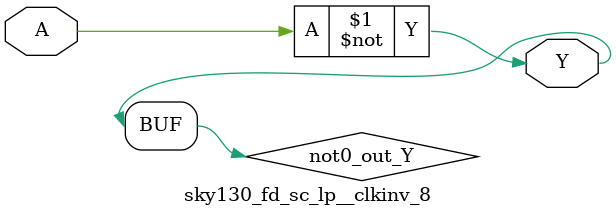
<source format=v>
/*
 * Copyright 2020 The SkyWater PDK Authors
 *
 * Licensed under the Apache License, Version 2.0 (the "License");
 * you may not use this file except in compliance with the License.
 * You may obtain a copy of the License at
 *
 *     https://www.apache.org/licenses/LICENSE-2.0
 *
 * Unless required by applicable law or agreed to in writing, software
 * distributed under the License is distributed on an "AS IS" BASIS,
 * WITHOUT WARRANTIES OR CONDITIONS OF ANY KIND, either express or implied.
 * See the License for the specific language governing permissions and
 * limitations under the License.
 *
 * SPDX-License-Identifier: Apache-2.0
*/


`ifndef SKY130_FD_SC_LP__CLKINV_8_FUNCTIONAL_V
`define SKY130_FD_SC_LP__CLKINV_8_FUNCTIONAL_V

/**
 * clkinv: Clock tree inverter.
 *
 * Verilog simulation functional model.
 */

`timescale 1ns / 1ps
`default_nettype none

`celldefine
module sky130_fd_sc_lp__clkinv_8 (
    Y,
    A
);

    // Module ports
    output Y;
    input  A;

    // Local signals
    wire not0_out_Y;

    //  Name  Output      Other arguments
    not not0 (not0_out_Y, A              );
    buf buf0 (Y         , not0_out_Y     );

endmodule
`endcelldefine

`default_nettype wire
`endif  // SKY130_FD_SC_LP__CLKINV_8_FUNCTIONAL_V

</source>
